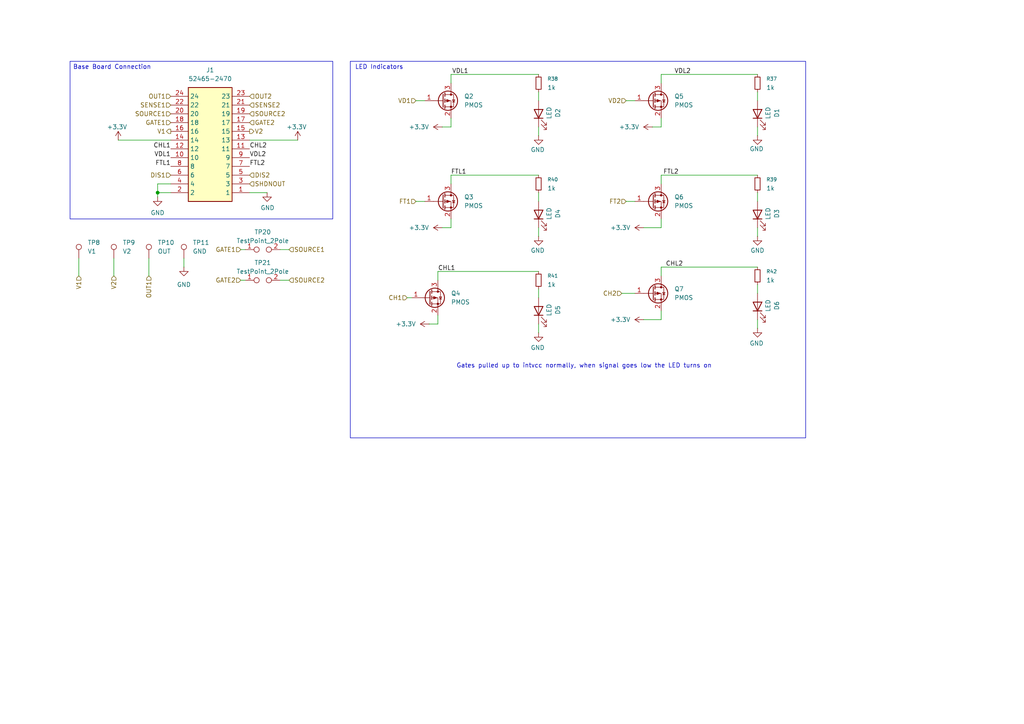
<source format=kicad_sch>
(kicad_sch (version 20250114) (generator "eeschema") (generator_version "9.0")
  (paper "A4")
  (lib_symbols
    (symbol "Connector:TestPoint" (pin_numbers (hide yes)) (pin_names (offset 0.762) (hide yes))
      (property "Reference" "TP" (at 0 6.858 0))
      (property "Value" "TestPoint" (at 0 5.08 0))
      (symbol "TestPoint_0_1"
        (circle (center 0 3.302) (radius 0.762))
      )
      (symbol "TestPoint_1_1"
        (pin passive line (at 0 0 90) (length 2.54) (name "1") (number "1"))
      )
    )
    (symbol "Connector:TestPoint_2Pole" (pin_names (offset 0.762) (hide yes))
      (property "Reference" "TP" (at 0 1.524 0))
      (property "Value" "TestPoint_2Pole" (at 0 -1.778 0))
      (symbol "TestPoint_2Pole_0_1"
        (circle (center -1.778 0) (radius 0.762))
        (circle (center 1.778 0) (radius 0.762))
        (pin passive line (at -5.08 0 0) (length 2.54) (name "1") (number "1"))
        (pin passive line (at 5.08 0 180) (length 2.54) (name "2") (number "2"))
      )
    )
    (symbol "Device:LED" (pin_numbers (hide yes)) (pin_names (offset 1.016) (hide yes))
      (property "Reference" "D" (at 0 2.54 0))
      (property "Value" "LED" (at 0 -2.54 0))
      (symbol "LED_0_1"
        (polyline (pts (xy -3.048 -0.762) (xy -4.572 -2.286) (xy -3.81 -2.286) (xy -4.572 -2.286) (xy -4.572 -1.524)))
        (polyline (pts (xy -1.778 -0.762) (xy -3.302 -2.286) (xy -2.54 -2.286) (xy -3.302 -2.286) (xy -3.302 -1.524)))
        (polyline (pts (xy -1.27 0) (xy 1.27 0)))
        (polyline (pts (xy -1.27 -1.27) (xy -1.27 1.27)) (stroke (width 0.254)))
        (polyline (pts (xy 1.27 -1.27) (xy 1.27 1.27) (xy -1.27 0) (xy 1.27 -1.27)) (stroke (width 0.254)))
      )
      (symbol "LED_1_1"
        (pin passive line (at -3.81 0 0) (length 2.54) (name "K") (number "1"))
        (pin passive line (at 3.81 0 180) (length 2.54) (name "A") (number "2"))
      )
    )
    (symbol "Device:R_Small" (pin_numbers (hide yes)) (pin_names (offset 0.254) (hide yes))
      (property "Reference" "R" (at 0.762 0.508 0))
      (property "Value" "R_Small" (at 0.762 -1.016 0))
      (symbol "R_Small_0_1"
        (rectangle (start -0.762 1.778) (end 0.762 -1.778) (stroke (width 0.2032)))
      )
      (symbol "R_Small_1_1"
        (pin passive line (at 0 2.54 270) (length 0.762) (name "~") (number "1"))
        (pin passive line (at 0 -2.54 90) (length 0.762) (name "~") (number "2"))
      )
    )
    (symbol "PowerMuxLib:IRLML5203TRPBF" (pin_names (offset 0) (hide yes))
      (property "Reference" "Q4" (at 6.35 1.2701 0))
      (property "Value" "PMOS" (at 6.35 -1.2699 0))
      (symbol "IRLML5203TRPBF_0_1"
        (polyline (pts (xy 0.254 1.905) (xy 0.254 -1.905)) (stroke (width 0.254)))
        (polyline (pts (xy 0.254 0) (xy -2.54 0)))
        (polyline (pts (xy 0.762 2.286) (xy 0.762 1.27)) (stroke (width 0.254)))
        (polyline (pts (xy 0.762 1.778) (xy 3.302 1.778) (xy 3.302 -1.778) (xy 0.762 -1.778)))
        (polyline (pts (xy 0.762 0.508) (xy 0.762 -0.508)) (stroke (width 0.254)))
        (polyline (pts (xy 0.762 -1.27) (xy 0.762 -2.286)) (stroke (width 0.254)))
        (circle (center 1.651 0) (radius 2.794) (stroke (width 0.254)))
        (polyline (pts (xy 2.286 0) (xy 1.27 0.381) (xy 1.27 -0.381) (xy 2.286 0)) (fill (type outline)))
        (polyline (pts (xy 2.54 2.54) (xy 2.54 1.778)))
        (circle (center 2.54 1.778) (radius 0.254) (fill (type outline)))
        (circle (center 2.54 -1.778) (radius 0.254) (fill (type outline)))
        (polyline (pts (xy 2.54 -2.54) (xy 2.54 0) (xy 0.762 0)))
        (polyline (pts (xy 2.921 -0.381) (xy 3.683 -0.381)))
        (polyline (pts (xy 3.302 -0.381) (xy 2.921 0.254) (xy 3.683 0.254) (xy 3.302 -0.381)))
      )
      (symbol "IRLML5203TRPBF_1_1"
        (pin input line (at -5.08 0 0) (length 2.54) (name "G") (number "1"))
        (pin passive line (at 2.54 5.08 270) (length 2.54) (name "D") (number "3"))
        (pin passive line (at 2.54 -5.08 90) (length 2.54) (name "S") (number "2"))
      )
    )
    (symbol "power:+3.3V" (power) (pin_numbers (hide yes)) (pin_names (offset 0) (hide yes))
      (property "Value" "+3.3V" (at 0 3.556 0))
      (symbol "+3.3V_0_1"
        (polyline (pts (xy -0.762 1.27) (xy 0 2.54)))
        (polyline (pts (xy 0 2.54) (xy 0.762 1.27)))
        (polyline (pts (xy 0 0) (xy 0 2.54)))
      )
      (symbol "+3.3V_1_1"
        (pin power_in line (at 0 0 90) (length 0) (name "~") (number "1"))
      )
    )
    (symbol "power:GND" (power) (pin_numbers (hide yes)) (pin_names (offset 0) (hide yes))
      (property "Value" "GND" (at 0 -3.81 0))
      (symbol "GND_0_1"
        (polyline (pts (xy 0 0) (xy 0 -1.27) (xy 1.27 -1.27) (xy 0 -2.54) (xy -1.27 -1.27) (xy 0 -1.27)))
      )
      (symbol "GND_1_1"
        (pin power_in line (at 0 0 270) (length 0) (name "~") (number "1"))
      )
    )
    (symbol "utsvt-connectors:52465-2470"
      (property "Reference" "J" (at 4.826 7.366 0))
      (property "Value" "52465-2470" (at 4.826 4.826 0))
      (symbol "52465-2470_1_1"
        (rectangle (start 5.08 2.54) (end 17.78 -30.48) (stroke (width 0.254)) (fill (type background)))
        (pin passive line (at 0 0 0) (length 5.08) (name "23") (number "23"))
        (pin passive line (at 0 -2.54 0) (length 5.08) (name "21") (number "21"))
        (pin passive line (at 0 -5.08 0) (length 5.08) (name "19") (number "19"))
        (pin passive line (at 0 -7.62 0) (length 5.08) (name "17") (number "17"))
        (pin passive line (at 0 -10.16 0) (length 5.08) (name "15") (number "15"))
        (pin passive line (at 0 -12.7 0) (length 5.08) (name "13") (number "13"))
        (pin passive line (at 0 -15.24 0) (length 5.08) (name "11") (number "11"))
        (pin passive line (at 0 -17.78 0) (length 5.08) (name "9") (number "9"))
        (pin passive line (at 0 -20.32 0) (length 5.08) (name "7") (number "7"))
        (pin passive line (at 0 -22.86 0) (length 5.08) (name "5") (number "5"))
        (pin passive line (at 0 -25.4 0) (length 5.08) (name "3") (number "3"))
        (pin passive line (at 0 -27.94 0) (length 5.08) (name "1") (number "1"))
        (pin passive line (at 22.86 0 180) (length 5.08) (name "24") (number "24"))
        (pin passive line (at 22.86 -2.54 180) (length 5.08) (name "22") (number "22"))
        (pin passive line (at 22.86 -5.08 180) (length 5.08) (name "20") (number "20"))
        (pin passive line (at 22.86 -7.62 180) (length 5.08) (name "18") (number "18"))
        (pin passive line (at 22.86 -10.16 180) (length 5.08) (name "16") (number "16"))
        (pin passive line (at 22.86 -12.7 180) (length 5.08) (name "14") (number "14"))
        (pin passive line (at 22.86 -15.24 180) (length 5.08) (name "12") (number "12"))
        (pin passive line (at 22.86 -17.78 180) (length 5.08) (name "10") (number "10"))
        (pin passive line (at 22.86 -20.32 180) (length 5.08) (name "8") (number "8"))
        (pin passive line (at 22.86 -22.86 180) (length 5.08) (name "6") (number "6"))
        (pin passive line (at 22.86 -25.4 180) (length 5.08) (name "4") (number "4"))
        (pin passive line (at 22.86 -27.94 180) (length 5.08) (name "2") (number "2"))
      )
    )
  )
  (rectangle (start 101.6 17.78) (end 233.68 127))
  (rectangle (start 20.32 17.78) (end 96.52 63.5))
  (text "Base Board Connection" (at 32.512 19.558 0) (effects (font (size 1.27 1.27))))
  (text "LED Indicators" (at 109.982 19.558 0) (effects (font (size 1.27 1.27))))
  (text "Gates pulled up to intvcc normally, when signal goes low the LED turns on" (at 169.418 106.172 0) (effects (font (size 1.27 1.27))))
  (junction (at 45.72 55.88))
  (wire (pts (xy 186.69 66.04) (xy 191.77 66.04)))
  (wire (pts (xy 120.65 58.42) (xy 123.19 58.42)))
  (wire (pts (xy 191.77 63.5) (xy 191.77 66.04)))
  (wire (pts (xy 191.77 77.47) (xy 191.77 80.01)))
  (wire (pts (xy 45.72 55.88) (xy 49.53 55.88)))
  (wire (pts (xy 180.34 85.09) (xy 184.15 85.09)))
  (wire (pts (xy 118.11 86.36) (xy 119.38 86.36)))
  (wire (pts (xy 219.71 55.88) (xy 219.71 58.42)))
  (wire (pts (xy 191.77 50.8) (xy 219.71 50.8)))
  (wire (pts (xy 219.71 82.55) (xy 219.71 85.09)))
  (wire (pts (xy 69.85 81.28) (xy 71.12 81.28)))
  (wire (pts (xy 120.65 29.21) (xy 123.19 29.21)))
  (wire (pts (xy 181.61 58.42) (xy 184.15 58.42)))
  (wire (pts (xy 156.21 55.88) (xy 156.21 58.42)))
  (wire (pts (xy 156.21 26.67) (xy 156.21 29.21)))
  (wire (pts (xy 127 78.74) (xy 156.21 78.74)))
  (wire (pts (xy 130.81 34.29) (xy 130.81 36.83)))
  (wire (pts (xy 191.77 21.59) (xy 219.71 21.59)))
  (wire (pts (xy 156.21 36.83) (xy 156.21 39.37)))
  (wire (pts (xy 72.39 55.88) (xy 77.47 55.88)))
  (wire (pts (xy 127 91.44) (xy 127 93.98)))
  (wire (pts (xy 130.81 21.59) (xy 156.21 21.59)))
  (wire (pts (xy 127 78.74) (xy 127 81.28)))
  (wire (pts (xy 219.71 36.83) (xy 219.71 39.37)))
  (wire (pts (xy 128.27 36.83) (xy 130.81 36.83)))
  (wire (pts (xy 130.81 63.5) (xy 130.81 66.04)))
  (wire (pts (xy 156.21 66.04) (xy 156.21 68.58)))
  (wire (pts (xy 33.02 74.93) (xy 33.02 80.01)))
  (wire (pts (xy 219.71 26.67) (xy 219.71 29.21)))
  (wire (pts (xy 45.72 57.15) (xy 45.72 55.88)))
  (wire (pts (xy 45.72 53.34) (xy 49.53 53.34)))
  (wire (pts (xy 191.77 34.29) (xy 191.77 36.83)))
  (wire (pts (xy 34.29 40.64) (xy 49.53 40.64)))
  (wire (pts (xy 191.77 50.8) (xy 191.77 53.34)))
  (wire (pts (xy 43.18 74.93) (xy 43.18 80.01)))
  (wire (pts (xy 219.71 92.71) (xy 219.71 95.25)))
  (wire (pts (xy 22.86 74.93) (xy 22.86 80.01)))
  (wire (pts (xy 156.21 93.98) (xy 156.21 96.52)))
  (wire (pts (xy 130.81 50.8) (xy 156.21 50.8)))
  (wire (pts (xy 128.27 66.04) (xy 130.81 66.04)))
  (wire (pts (xy 130.81 50.8) (xy 130.81 53.34)))
  (wire (pts (xy 81.28 72.39) (xy 83.82 72.39)))
  (wire (pts (xy 156.21 83.82) (xy 156.21 86.36)))
  (wire (pts (xy 53.34 74.93) (xy 53.34 77.47)))
  (wire (pts (xy 45.72 55.88) (xy 45.72 53.34)))
  (wire (pts (xy 191.77 90.17) (xy 191.77 92.71)))
  (wire (pts (xy 130.81 21.59) (xy 130.81 24.13)))
  (wire (pts (xy 191.77 77.47) (xy 219.71 77.47)))
  (wire (pts (xy 186.69 92.71) (xy 191.77 92.71)))
  (wire (pts (xy 181.61 29.21) (xy 184.15 29.21)))
  (wire (pts (xy 124.46 93.98) (xy 127 93.98)))
  (wire (pts (xy 81.28 81.28) (xy 83.82 81.28)))
  (wire (pts (xy 191.77 21.59) (xy 191.77 24.13)))
  (wire (pts (xy 189.23 36.83) (xy 191.77 36.83)))
  (wire (pts (xy 86.36 40.64) (xy 72.39 40.64)))
  (wire (pts (xy 69.85 72.39) (xy 71.12 72.39)))
  (wire (pts (xy 219.71 66.04) (xy 219.71 68.58)))
  (label "VDL2" (at 195.58 21.59 0))
  (label "FTL1" (at 49.53 48.26 180))
  (label "VDL2" (at 72.39 45.72 0))
  (label "CHL1" (at 132.08 78.74 180))
  (label "CHL1" (at 49.53 43.18 180))
  (label "FTL1" (at 130.81 50.8 0))
  (label "FTL2" (at 196.85 50.8 180))
  (label "CHL2" (at 198.12 77.47 180))
  (label "VDL1" (at 49.53 45.72 180))
  (label "VDL1" (at 135.89 21.59 180))
  (label "FTL2" (at 72.39 48.26 0))
  (label "CHL2" (at 72.39 43.18 0))
  (hierarchical_label "VD2" (shape input) (at 181.61 29.21 180))
  (hierarchical_label "SOURCE1" (shape input) (at 49.53 33.02 180))
  (hierarchical_label "V1" (shape output) (at 49.53 38.1 180))
  (hierarchical_label "V2" (shape output) (at 72.39 38.1 0))
  (hierarchical_label "GATE2" (shape input) (at 72.39 35.56 0))
  (hierarchical_label "OUT2" (shape input) (at 72.39 27.94 0))
  (hierarchical_label "GATE1" (shape input) (at 69.85 72.39 180))
  (hierarchical_label "DIS1" (shape input) (at 49.53 50.8 180))
  (hierarchical_label "DIS2" (shape input) (at 72.39 50.8 0))
  (hierarchical_label "OUT1" (shape input) (at 43.18 80.01 270))
  (hierarchical_label "GATE2" (shape input) (at 69.85 81.28 180))
  (hierarchical_label "SOURCE1" (shape input) (at 83.82 72.39 0))
  (hierarchical_label "FT2" (shape input) (at 181.61 58.42 180))
  (hierarchical_label "VD1" (shape input) (at 120.65 29.21 180))
  (hierarchical_label "SOURCE2" (shape input) (at 83.82 81.28 0))
  (hierarchical_label "SOURCE2" (shape input) (at 72.39 33.02 0))
  (hierarchical_label "V2" (shape input) (at 33.02 80.01 270))
  (hierarchical_label "SENSE2" (shape input) (at 72.39 30.48 0))
  (hierarchical_label "V1" (shape input) (at 22.86 80.01 270))
  (hierarchical_label "GATE1" (shape input) (at 49.53 35.56 180))
  (hierarchical_label "CH1" (shape input) (at 118.11 86.36 180))
  (hierarchical_label "SENSE1" (shape input) (at 49.53 30.48 180))
  (hierarchical_label "CH2" (shape input) (at 180.34 85.09 180))
  (hierarchical_label "OUT1" (shape input) (at 49.53 27.94 180))
  (hierarchical_label "FT1" (shape input) (at 120.65 58.42 180))
  (hierarchical_label "SHDNOUT" (shape input) (at 72.39 53.34 0))
  (symbol (lib_id "power:GND") (at 219.71 39.37 0) (unit 1)
    (property "Reference" "#PWR026" (effects (hide yes)))
    (property "Value" "GND" (at 221.488 43.18 0) (effects (justify right)))
    (property "Description" "Power symbol creates a global label with name \"GND\" , ground" (effects (hide yes)))
  )
  (symbol (lib_id "Device:LED") (at 156.21 33.02 90) (unit 1)
    (property "Reference" "D2" (at 161.798 32.766 0))
    (property "Value" "LED" (at 159.258 32.766 0))
    (property "Footprint" "LED_SMD:LED_0603_1608Metric" (effects (hide yes)))
    (property "Description" "Light emitting diode" (effects (hide yes)))
    (property "Sim.Pins" "1=K 2=A" (effects (hide yes)))
    (property "P/N" "XL-1608UBC-06A" (effects (hide yes)))
  )
  (symbol (lib_id "power:+3.3V") (at 128.27 36.83 90) (unit 1)
    (property "Reference" "#PWR05" (effects (hide yes)))
    (property "Value" "+3.3V" (at 124.46 36.8299 90) (effects (justify left)))
    (property "Description" "Power symbol creates a global label with name \"+3.3V\"" (effects (hide yes)))
  )
  (symbol (lib_id "Connector:TestPoint") (at 53.34 74.93 0) (unit 1) (in_bom no)
    (property "Reference" "TP11" (at 55.88 70.3579 0) (effects (justify left)))
    (property "Value" "GND" (at 55.88 72.8979 0) (effects (justify left)))
    (property "Footprint" "TestPoint:TestPoint_Plated_Hole_D2.0mm" (effects (hide yes)))
    (property "Description" "test point" (effects (hide yes)))
  )
  (symbol (lib_id "power:GND") (at 156.21 39.37 0) (unit 1)
    (property "Reference" "#PWR027" (effects (hide yes)))
    (property "Value" "GND" (at 157.988 43.434 0) (effects (justify right)))
    (property "Description" "Power symbol creates a global label with name \"GND\" , ground" (effects (hide yes)))
  )
  (symbol (lib_id "Device:R_Small") (at 156.21 81.28 0) (unit 1)
    (property "Reference" "R41" (at 158.75 80.0099 0) (effects (font (size 1.016 1.016)) (justify left)))
    (property "Value" "1k" (at 158.75 82.5499 0) (effects (justify left)))
    (property "Footprint" "Resistor_SMD:R_0603_1608Metric" (effects (hide yes)))
    (property "Description" "Resistor, small symbol" (effects (hide yes)))
    (property "P/N" "CRCW06031K00FKEI " (effects (hide yes)))
  )
  (symbol (lib_id "Device:R_Small") (at 219.71 80.01 0) (unit 1)
    (property "Reference" "R42" (at 222.25 78.7399 0) (effects (font (size 1.016 1.016)) (justify left)))
    (property "Value" "1k" (at 222.25 81.2799 0) (effects (justify left)))
    (property "Footprint" "Resistor_SMD:R_0603_1608Metric" (effects (hide yes)))
    (property "Description" "Resistor, small symbol" (effects (hide yes)))
    (property "P/N" "CRCW06031K00FKEI " (effects (hide yes)))
  )
  (symbol (lib_id "Connector:TestPoint_2Pole") (at 76.2 72.39 0) (unit 1) (in_bom no)
    (property "Reference" "TP20" (at 76.2 67.31 0))
    (property "Value" "TestPoint_2Pole" (at 76.2 69.85 0))
    (property "Footprint" "TestPoint:TestPoint_2Pads_Pitch2.54mm_Drill0.8mm" (effects (hide yes)))
    (property "Description" "2-polar test point" (effects (hide yes)))
  )
  (symbol (lib_id "power:GND") (at 53.34 77.47 0) (unit 1)
    (property "Reference" "#PWR029" (effects (hide yes)))
    (property "Value" "GND" (at 53.34 82.55 0))
    (property "Description" "Power symbol creates a global label with name \"GND\" , ground" (effects (hide yes)))
  )
  (symbol (lib_id "Connector:TestPoint") (at 22.86 74.93 0) (unit 1) (in_bom no)
    (property "Reference" "TP8" (at 25.4 70.3579 0) (effects (justify left)))
    (property "Value" "V1" (at 25.4 72.8979 0) (effects (justify left)))
    (property "Footprint" "TestPoint:TestPoint_Plated_Hole_D2.0mm" (effects (hide yes)))
    (property "Description" "test point" (effects (hide yes)))
  )
  (symbol (lib_id "Device:LED") (at 219.71 88.9 90) (unit 1)
    (property "Reference" "D6" (at 225.298 88.646 0))
    (property "Value" "LED" (at 222.758 88.646 0))
    (property "Footprint" "LED_SMD:LED_0603_1608Metric" (effects (hide yes)))
    (property "Description" "Light emitting diode" (effects (hide yes)))
    (property "Sim.Pins" "1=K 2=A" (effects (hide yes)))
    (property "P/N" "XL-1608UBC-06A" (effects (hide yes)))
  )
  (symbol (lib_id "power:GND") (at 219.71 68.58 0) (unit 1)
    (property "Reference" "#PWR028" (effects (hide yes)))
    (property "Value" "GND" (at 221.742 72.644 0) (effects (justify right)))
    (property "Description" "Power symbol creates a global label with name \"GND\" , ground" (effects (hide yes)))
  )
  (symbol (lib_id "power:+3.3V") (at 124.46 93.98 90) (unit 1)
    (property "Reference" "#PWR013" (effects (hide yes)))
    (property "Value" "+3.3V" (at 120.65 93.9799 90) (effects (justify left)))
    (property "Description" "Power symbol creates a global label with name \"+3.3V\"" (effects (hide yes)))
  )
  (symbol (lib_id "PowerMuxLib:IRLML5203TRPBF") (at 128.27 29.21 0) (unit 1)
    (property "Reference" "Q2" (at 134.62 27.9399 0) (effects (justify left)))
    (property "Value" "PMOS" (at 134.62 30.4799 0) (effects (justify left)))
    (property "Footprint" "PowerMuxLib:IRLML5203TRPBF" (effects (hide yes)))
    (property "Datasheet" "kicad-embed://infineon-irlml5203-datasheet-en.pdf" (effects (hide yes)))
    (property "Description" "P-MOSFET transistor, gate/source/drain" (effects (hide yes)))
    (property "Sim.Device" "PMOS" (effects (hide yes)))
    (property "Sim.Type" "VDMOS" (effects (hide yes)))
    (property "Sim.Pins" "1=D 2=G 3=S" (effects (hide yes)))
    (property "P/N" "IRLML5203TRPBF" (effects (hide yes)))
    (property "LCSC P/N" "C2592" (effects (hide yes)))
  )
  (symbol (lib_id "Device:R_Small") (at 156.21 24.13 0) (unit 1)
    (property "Reference" "R38" (at 158.75 22.8599 0) (effects (font (size 1.016 1.016)) (justify left)))
    (property "Value" "1k" (at 158.75 25.3999 0) (effects (justify left)))
    (property "Footprint" "Resistor_SMD:R_0603_1608Metric" (effects (hide yes)))
    (property "Description" "Resistor, small symbol" (effects (hide yes)))
    (property "P/N" "CRCW06031K00FKEI " (effects (hide yes)))
  )
  (symbol (lib_id "Device:LED") (at 156.21 62.23 90) (unit 1)
    (property "Reference" "D4" (at 161.798 61.976 0))
    (property "Value" "LED" (at 159.258 61.976 0))
    (property "Footprint" "LED_SMD:LED_0603_1608Metric" (effects (hide yes)))
    (property "Description" "Light emitting diode" (effects (hide yes)))
    (property "Sim.Pins" "1=K 2=A" (effects (hide yes)))
    (property "P/N" "XL-1608UBC-06A" (effects (hide yes)))
  )
  (symbol (lib_id "power:+3.3V") (at 186.69 66.04 90) (unit 1)
    (property "Reference" "#PWR033" (effects (hide yes)))
    (property "Value" "+3.3V" (at 182.88 66.0399 90) (effects (justify left)))
    (property "Description" "Power symbol creates a global label with name \"+3.3V\"" (effects (hide yes)))
  )
  (symbol (lib_id "Device:LED") (at 219.71 62.23 90) (unit 1)
    (property "Reference" "D3" (at 225.298 61.976 0))
    (property "Value" "LED" (at 222.758 61.976 0))
    (property "Footprint" "LED_SMD:LED_0603_1608Metric" (effects (hide yes)))
    (property "Description" "Light emitting diode" (effects (hide yes)))
    (property "Sim.Pins" "1=K 2=A" (effects (hide yes)))
    (property "P/N" "XL-1608UBC-06A" (effects (hide yes)))
  )
  (symbol (lib_id "Device:R_Small") (at 156.21 53.34 0) (unit 1)
    (property "Reference" "R40" (at 158.75 52.0699 0) (effects (font (size 1.016 1.016)) (justify left)))
    (property "Value" "1k" (at 158.75 54.6099 0) (effects (justify left)))
    (property "Footprint" "Resistor_SMD:R_0603_1608Metric" (effects (hide yes)))
    (property "Description" "Resistor, small symbol" (effects (hide yes)))
    (property "P/N" "CRCW06031K00FKEI " (effects (hide yes)))
  )
  (symbol (lib_id "power:GND") (at 77.47 55.88 0) (unit 1)
    (property "Reference" "#PWR025" (effects (hide yes)))
    (property "Value" "GND" (at 77.597 60.2742 0))
    (property "Description" "Power symbol creates a global label with name \"GND\" , ground" (effects (hide yes)))
  )
  (symbol (lib_id "power:GND") (at 45.72 57.15 0) (unit 1)
    (property "Reference" "#PWR039" (effects (hide yes)))
    (property "Value" "GND" (at 47.752 61.722 0) (effects (justify right)))
    (property "Description" "Power symbol creates a global label with name \"GND\" , ground" (effects (hide yes)))
  )
  (symbol (lib_id "power:GND") (at 156.21 68.58 0) (unit 1)
    (property "Reference" "#PWR030" (effects (hide yes)))
    (property "Value" "GND" (at 157.988 72.644 0) (effects (justify right)))
    (property "Description" "Power symbol creates a global label with name \"GND\" , ground" (effects (hide yes)))
  )
  (symbol (lib_id "PowerMuxLib:IRLML5203TRPBF") (at 128.27 58.42 0) (unit 1)
    (property "Reference" "Q3" (at 134.62 57.1499 0) (effects (justify left)))
    (property "Value" "PMOS" (at 134.62 59.6899 0) (effects (justify left)))
    (property "Footprint" "PowerMuxLib:IRLML5203TRPBF" (effects (hide yes)))
    (property "Datasheet" "kicad-embed://infineon-irlml5203-datasheet-en.pdf" (effects (hide yes)))
    (property "Description" "P-MOSFET transistor, gate/source/drain" (effects (hide yes)))
    (property "Sim.Device" "PMOS" (effects (hide yes)))
    (property "Sim.Type" "VDMOS" (effects (hide yes)))
    (property "Sim.Pins" "1=D 2=G 3=S" (effects (hide yes)))
    (property "P/N" "IRLML5203TRPBF" (effects (hide yes)))
    (property "LCSC P/N" "C2592" (effects (hide yes)))
  )
  (symbol (lib_id "PowerMuxLib:IRLML5203TRPBF") (at 189.23 58.42 0) (unit 1)
    (property "Reference" "Q6" (at 195.58 57.1499 0) (effects (justify left)))
    (property "Value" "PMOS" (at 195.58 59.6899 0) (effects (justify left)))
    (property "Footprint" "PowerMuxLib:IRLML5203TRPBF" (effects (hide yes)))
    (property "Datasheet" "kicad-embed://infineon-irlml5203-datasheet-en.pdf" (effects (hide yes)))
    (property "Description" "P-MOSFET transistor, gate/source/drain" (effects (hide yes)))
    (property "Sim.Device" "PMOS" (effects (hide yes)))
    (property "Sim.Type" "VDMOS" (effects (hide yes)))
    (property "Sim.Pins" "1=D 2=G 3=S" (effects (hide yes)))
    (property "P/N" "IRLML5203TRPBF" (effects (hide yes)))
    (property "LCSC P/N" "C2592" (effects (hide yes)))
  )
  (symbol (lib_id "power:+3.3V") (at 186.69 92.71 90) (unit 1)
    (property "Reference" "#PWR034" (effects (hide yes)))
    (property "Value" "+3.3V" (at 182.88 92.7099 90) (effects (justify left)))
    (property "Description" "Power symbol creates a global label with name \"+3.3V\"" (effects (hide yes)))
  )
  (symbol (lib_id "Device:R_Small") (at 219.71 53.34 0) (unit 1)
    (property "Reference" "R39" (at 222.25 52.0699 0) (effects (font (size 1.016 1.016)) (justify left)))
    (property "Value" "1k" (at 222.25 54.6099 0) (effects (justify left)))
    (property "Footprint" "Resistor_SMD:R_0603_1608Metric" (effects (hide yes)))
    (property "Description" "Resistor, small symbol" (effects (hide yes)))
    (property "P/N" "CRCW06031K00FKEI " (effects (hide yes)))
  )
  (symbol (lib_id "PowerMuxLib:IRLML5203TRPBF") (at 189.23 85.09 0) (unit 1)
    (property "Reference" "Q7" (at 195.58 83.8199 0) (effects (justify left)))
    (property "Value" "PMOS" (at 195.58 86.3599 0) (effects (justify left)))
    (property "Footprint" "PowerMuxLib:IRLML5203TRPBF" (effects (hide yes)))
    (property "Datasheet" "kicad-embed://infineon-irlml5203-datasheet-en.pdf" (effects (hide yes)))
    (property "Description" "P-MOSFET transistor, gate/source/drain" (effects (hide yes)))
    (property "Sim.Device" "PMOS" (effects (hide yes)))
    (property "Sim.Type" "VDMOS" (effects (hide yes)))
    (property "Sim.Pins" "1=D 2=G 3=S" (effects (hide yes)))
    (property "P/N" "IRLML5203TRPBF" (effects (hide yes)))
    (property "LCSC P/N" "C2592" (effects (hide yes)))
  )
  (symbol (lib_id "Connector:TestPoint_2Pole") (at 76.2 81.28 0) (unit 1) (in_bom no)
    (property "Reference" "TP21" (at 76.2 76.2 0))
    (property "Value" "TestPoint_2Pole" (at 76.2 78.74 0))
    (property "Footprint" "TestPoint:TestPoint_2Pads_Pitch2.54mm_Drill0.8mm" (effects (hide yes)))
    (property "Description" "2-polar test point" (effects (hide yes)))
  )
  (symbol (lib_id "utsvt-connectors:52465-2470") (at 72.39 27.94 0) (mirror y) (unit 1)
    (property "Reference" "J1" (at 60.96 20.32 0))
    (property "Value" "52465-2470" (at 60.96 22.86 0))
    (property "Footprint" "UTSVT_Connectors:524652470" (effects (hide yes)))
    (property "Datasheet" "https://www.molex.com/pdm_docs/sd/524652470_sd.pdf" (effects (hide yes)))
    (property "Description" "0.8 BTB HSG ASSY SMT 24CKT EMBSTP PKG" (effects (hide yes)))
    (property "Height" "3.55" (effects (hide yes)))
    (property "P/N" "52465-2470" (effects (hide yes)))
    (instances (project "LVMuxPCB" (path "" (reference "J1") (unit 1))) (project "LTC4421" (path "" (reference "J?") (unit 1))))
  )
  (symbol (lib_id "power:+3.3V") (at 128.27 66.04 90) (unit 1)
    (property "Reference" "#PWR010" (effects (hide yes)))
    (property "Value" "+3.3V" (at 124.46 66.0399 90) (effects (justify left)))
    (property "Description" "Power symbol creates a global label with name \"+3.3V\"" (effects (hide yes)))
  )
  (symbol (lib_id "power:GND") (at 219.71 95.25 0) (unit 1)
    (property "Reference" "#PWR032" (effects (hide yes)))
    (property "Value" "GND" (at 221.488 99.568 0) (effects (justify right)))
    (property "Description" "Power symbol creates a global label with name \"GND\" , ground" (effects (hide yes)))
  )
  (symbol (lib_id "Device:LED") (at 219.71 33.02 90) (unit 1)
    (property "Reference" "D1" (at 225.298 32.766 0))
    (property "Value" "LED" (at 222.758 32.766 0))
    (property "Footprint" "LED_SMD:LED_0603_1608Metric" (effects (hide yes)))
    (property "Description" "Light emitting diode" (effects (hide yes)))
    (property "Sim.Pins" "1=K 2=A" (effects (hide yes)))
    (property "P/N" "XL-1608UBC-06A" (effects (hide yes)))
  )
  (symbol (lib_id "power:+3.3V") (at 34.29 40.64 0) (unit 1)
    (property "Reference" "#PWR022" (effects (hide yes)))
    (property "Value" "+3.3V" (at 30.988 36.83 0) (effects (justify left)))
    (property "Description" "Power symbol creates a global label with name \"+3.3V\"" (effects (hide yes)))
  )
  (symbol (lib_id "Connector:TestPoint") (at 43.18 74.93 0) (unit 1) (in_bom no)
    (property "Reference" "TP10" (at 45.72 70.3579 0) (effects (justify left)))
    (property "Value" "OUT" (at 45.72 72.8979 0) (effects (justify left)))
    (property "Footprint" "TestPoint:TestPoint_Plated_Hole_D2.0mm" (effects (hide yes)))
    (property "Description" "test point" (effects (hide yes)))
  )
  (symbol (lib_id "Device:R_Small") (at 219.71 24.13 0) (unit 1)
    (property "Reference" "R37" (at 222.25 22.8599 0) (effects (font (size 1.016 1.016)) (justify left)))
    (property "Value" "1k" (at 222.25 25.3999 0) (effects (justify left)))
    (property "Footprint" "Resistor_SMD:R_0603_1608Metric" (effects (hide yes)))
    (property "Description" "Resistor, small symbol" (effects (hide yes)))
    (property "P/N" "CRCW06031K00FKEI " (effects (hide yes)))
  )
  (symbol (lib_id "PowerMuxLib:IRLML5203TRPBF") (at 189.23 29.21 0) (unit 1)
    (property "Reference" "Q5" (at 195.58 27.9399 0) (effects (justify left)))
    (property "Value" "PMOS" (at 195.58 30.4799 0) (effects (justify left)))
    (property "Footprint" "PowerMuxLib:IRLML5203TRPBF" (effects (hide yes)))
    (property "Datasheet" "kicad-embed://infineon-irlml5203-datasheet-en.pdf" (effects (hide yes)))
    (property "Description" "P-MOSFET transistor, gate/source/drain" (effects (hide yes)))
    (property "Sim.Device" "PMOS" (effects (hide yes)))
    (property "Sim.Type" "VDMOS" (effects (hide yes)))
    (property "Sim.Pins" "1=D 2=G 3=S" (effects (hide yes)))
    (property "P/N" "IRLML5203TRPBF" (effects (hide yes)))
    (property "LCSC P/N" "C2592" (effects (hide yes)))
  )
  (symbol (lib_id "PowerMuxLib:IRLML5203TRPBF") (at 124.46 86.36 0) (unit 1)
    (property "Reference" "Q4" (at 130.81 85.0899 0) (effects (justify left)))
    (property "Value" "PMOS" (at 130.81 87.6299 0) (effects (justify left)))
    (property "Footprint" "PowerMuxLib:IRLML5203TRPBF" (effects (hide yes)))
    (property "Datasheet" "kicad-embed://infineon-irlml5203-datasheet-en.pdf" (effects (hide yes)))
    (property "Description" "P-MOSFET transistor, gate/source/drain" (effects (hide yes)))
    (property "Sim.Device" "PMOS" (effects (hide yes)))
    (property "Sim.Type" "VDMOS" (effects (hide yes)))
    (property "Sim.Pins" "1=D 2=G 3=S" (effects (hide yes)))
    (property "P/N" "IRLML5203TRPBF" (effects (hide yes)))
    (property "LCSC P/N" "C2592" (effects (hide yes)))
  )
  (symbol (lib_id "Device:LED") (at 156.21 90.17 90) (unit 1)
    (property "Reference" "D5" (at 161.798 89.916 0))
    (property "Value" "LED" (at 159.258 89.916 0))
    (property "Footprint" "LED_SMD:LED_0603_1608Metric" (effects (hide yes)))
    (property "Description" "Light emitting diode" (effects (hide yes)))
    (property "Sim.Pins" "1=K 2=A" (effects (hide yes)))
    (property "P/N" "XL-1608UBC-06A" (effects (hide yes)))
  )
  (symbol (lib_id "Connector:TestPoint") (at 33.02 74.93 0) (unit 1) (in_bom no)
    (property "Reference" "TP9" (at 35.56 70.3579 0) (effects (justify left)))
    (property "Value" "V2" (at 35.56 72.8979 0) (effects (justify left)))
    (property "Footprint" "TestPoint:TestPoint_Plated_Hole_D2.0mm" (effects (hide yes)))
    (property "Description" "test point" (effects (hide yes)))
  )
  (symbol (lib_id "power:GND") (at 156.21 96.52 0) (unit 1)
    (property "Reference" "#PWR031" (effects (hide yes)))
    (property "Value" "GND" (at 157.988 100.838 0) (effects (justify right)))
    (property "Description" "Power symbol creates a global label with name \"GND\" , ground" (effects (hide yes)))
  )
  (symbol (lib_id "power:+3.3V") (at 86.36 40.64 0) (unit 1)
    (property "Reference" "#PWR024" (effects (hide yes)))
    (property "Value" "+3.3V" (at 83.058 36.83 0) (effects (justify left)))
    (property "Description" "Power symbol creates a global label with name \"+3.3V\"" (effects (hide yes)))
  )
  (symbol (lib_id "power:+3.3V") (at 189.23 36.83 90) (unit 1)
    (property "Reference" "#PWR015" (effects (hide yes)))
    (property "Value" "+3.3V" (at 185.42 36.8299 90) (effects (justify left)))
    (property "Description" "Power symbol creates a global label with name \"+3.3V\"" (effects (hide yes)))
  )
)
</source>
